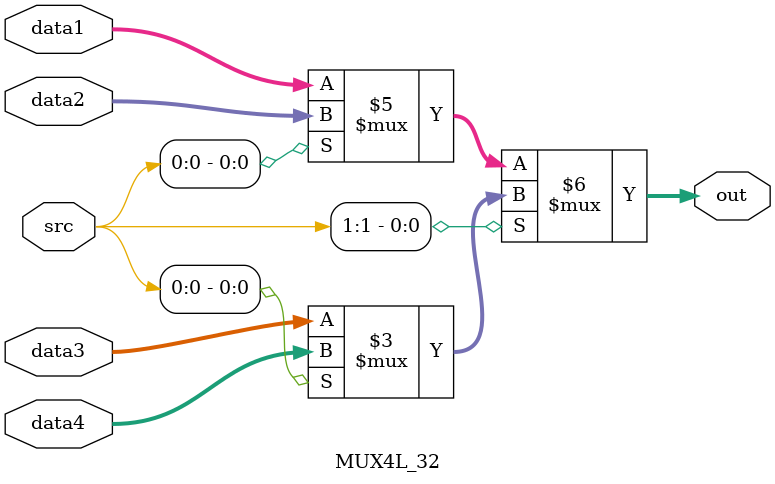
<source format=v>
`timescale 1ns / 1ps
module MUX4L_32(
     input [1:0] src,
     input [31:0] data1,
     input [31:0] data2,
     input [31:0] data3,
     input [31:0] data4,
     output [31:0] out
    );
//  always@(src or data1 or data2 or data3 or data4)
//  begin
//    case(src)
//        2'b00:assign out = data1;
//        2'b01:assign out = data2;
//        2'b10:assign out = data3;
//        2'b11:assign out = data4;
//     endcase
//  end
    assign out = src[1]==1?(src[0]==1?data4:data3):(src[0]==1?data2:data1);
endmodule

</source>
